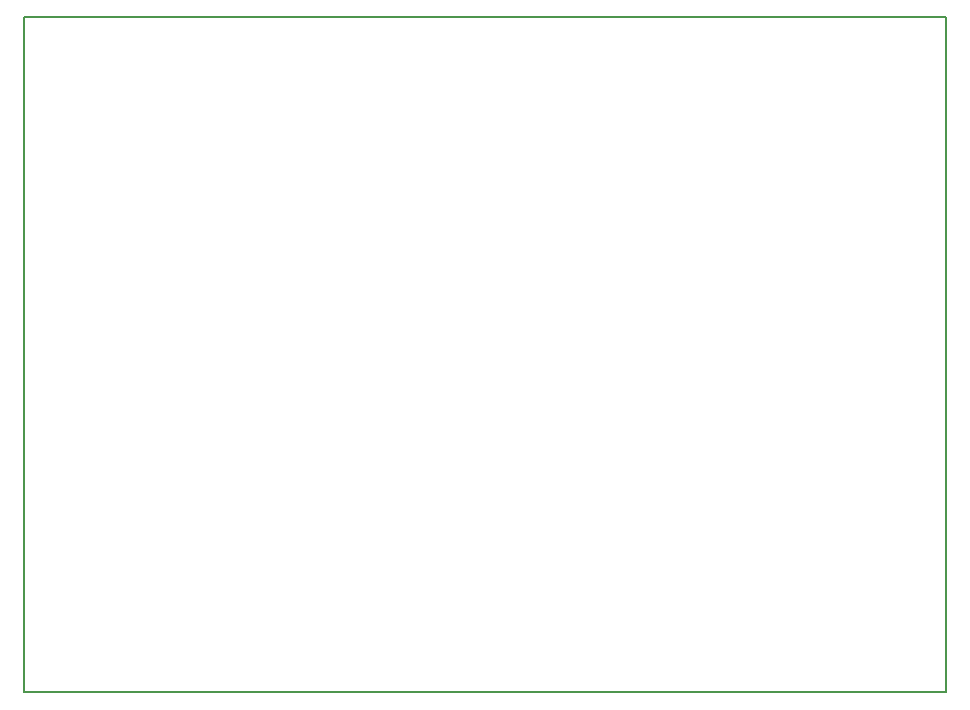
<source format=gbr>
%TF.GenerationSoftware,Novarm,DipTrace,3.3.0.1*%
%TF.CreationDate,2018-11-14T10:16:30-08:00*%
%FSLAX26Y26*%
%MOIN*%
%TF.FileFunction,Profile*%
%TF.Part,Single*%
%ADD11C,0.005512*%
G75*
G01*
%LPD*%
X393700Y2643700D2*
D11*
X3468700D1*
Y393700D1*
X393700D1*
Y2643700D1*
M02*

</source>
